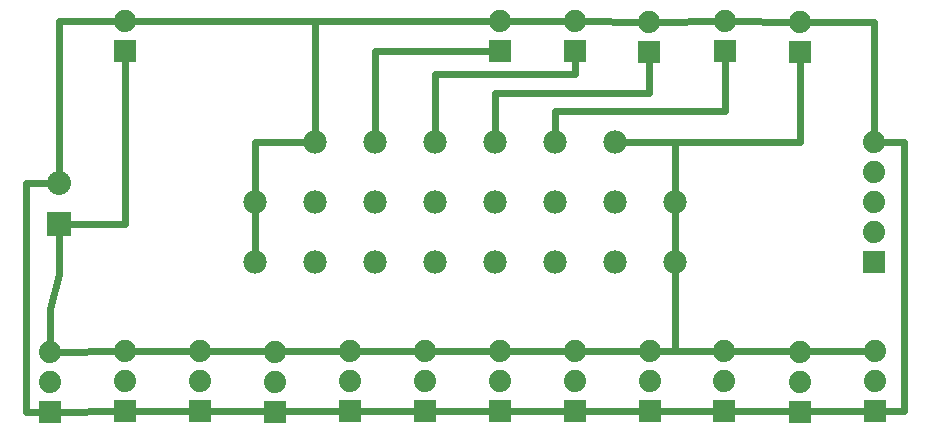
<source format=gtl>
G04 MADE WITH FRITZING*
G04 WWW.FRITZING.ORG*
G04 DOUBLE SIDED*
G04 HOLES PLATED*
G04 CONTOUR ON CENTER OF CONTOUR VECTOR*
%ASAXBY*%
%FSLAX23Y23*%
%MOIN*%
%OFA0B0*%
%SFA1.0B1.0*%
%ADD10C,0.074000*%
%ADD11C,0.080000*%
%ADD12C,0.078000*%
%ADD13R,0.074000X0.074000*%
%ADD14R,0.080000X0.080000*%
%ADD15C,0.024000*%
%LNCOPPER1*%
G90*
G70*
G54D10*
X374Y1425D03*
X374Y1525D03*
X2874Y226D03*
X2874Y326D03*
X2874Y426D03*
X2626Y224D03*
X2626Y324D03*
X2626Y424D03*
X2373Y226D03*
X2373Y326D03*
X2373Y426D03*
X2124Y225D03*
X2124Y325D03*
X2124Y425D03*
X1875Y227D03*
X1875Y327D03*
X1875Y427D03*
X1624Y225D03*
X1624Y325D03*
X1624Y425D03*
X1375Y227D03*
X1375Y327D03*
X1375Y427D03*
X1126Y226D03*
X1126Y326D03*
X1126Y426D03*
X874Y224D03*
X874Y324D03*
X874Y424D03*
X625Y226D03*
X625Y326D03*
X625Y426D03*
X376Y225D03*
X376Y325D03*
X376Y425D03*
X124Y224D03*
X124Y324D03*
X124Y424D03*
X2873Y724D03*
X2873Y824D03*
X2873Y924D03*
X2873Y1024D03*
X2873Y1124D03*
X2624Y1423D03*
X2624Y1523D03*
X2375Y1425D03*
X2375Y1525D03*
X2123Y1424D03*
X2123Y1524D03*
X1874Y1426D03*
X1874Y1526D03*
X1625Y1425D03*
X1625Y1525D03*
G54D11*
X154Y849D03*
X154Y987D03*
G54D12*
X1008Y1124D03*
X1208Y1124D03*
X1408Y1124D03*
X1608Y1124D03*
X1808Y1124D03*
X2008Y1124D03*
X808Y724D03*
X1008Y724D03*
X1208Y724D03*
X1408Y724D03*
X1608Y724D03*
X1808Y724D03*
X2008Y724D03*
X2208Y724D03*
X808Y924D03*
X1008Y924D03*
X1208Y924D03*
X1408Y924D03*
X1608Y924D03*
X1808Y924D03*
X2008Y924D03*
X2208Y924D03*
G54D13*
X374Y1425D03*
X2874Y226D03*
X2626Y224D03*
X2373Y226D03*
X2124Y225D03*
X1875Y227D03*
X1624Y225D03*
X1375Y227D03*
X1126Y226D03*
X874Y224D03*
X625Y226D03*
X376Y225D03*
X124Y224D03*
X2873Y724D03*
X2624Y1423D03*
X2375Y1425D03*
X2123Y1424D03*
X1874Y1426D03*
X1625Y1425D03*
G54D14*
X154Y849D03*
G54D15*
X345Y425D02*
X155Y424D01*
D02*
X407Y425D02*
X594Y426D01*
D02*
X656Y426D02*
X843Y425D01*
D02*
X905Y425D02*
X1095Y426D01*
D02*
X1157Y426D02*
X1344Y427D01*
D02*
X1157Y226D02*
X1344Y227D01*
D02*
X1095Y226D02*
X905Y225D01*
D02*
X843Y225D02*
X656Y226D01*
D02*
X594Y226D02*
X407Y225D01*
D02*
X345Y225D02*
X155Y224D01*
D02*
X1844Y427D02*
X1655Y425D01*
D02*
X1655Y225D02*
X1844Y227D01*
D02*
X1907Y427D02*
X2093Y425D01*
D02*
X1907Y227D02*
X2093Y225D01*
D02*
X2156Y425D02*
X2342Y426D01*
D02*
X2156Y225D02*
X2342Y226D01*
D02*
X2404Y426D02*
X2594Y425D01*
D02*
X2404Y226D02*
X2594Y225D01*
D02*
X2657Y425D02*
X2843Y426D01*
D02*
X2657Y225D02*
X2843Y226D01*
D02*
X1594Y1525D02*
X405Y1525D01*
D02*
X1656Y1525D02*
X1843Y1526D01*
D02*
X1905Y1526D02*
X2092Y1524D01*
D02*
X2154Y1524D02*
X2344Y1525D01*
D02*
X2406Y1525D02*
X2593Y1524D01*
D02*
X1593Y425D02*
X1406Y427D01*
D02*
X1593Y225D02*
X1406Y227D01*
D02*
X2873Y1523D02*
X2873Y1155D01*
D02*
X2655Y1523D02*
X2873Y1523D01*
D02*
X154Y1525D02*
X154Y1018D01*
D02*
X343Y1525D02*
X154Y1525D01*
D02*
X2973Y226D02*
X2906Y226D01*
D02*
X2973Y1124D02*
X2973Y226D01*
D02*
X2904Y1124D02*
X2973Y1124D01*
D02*
X44Y224D02*
X93Y224D01*
D02*
X44Y987D02*
X44Y224D01*
D02*
X123Y987D02*
X44Y987D01*
D02*
X124Y567D02*
X154Y681D01*
D02*
X154Y681D02*
X154Y818D01*
D02*
X124Y455D02*
X124Y567D01*
D02*
X374Y849D02*
X374Y1394D01*
D02*
X185Y849D02*
X374Y849D01*
D02*
X2624Y1124D02*
X2624Y1392D01*
D02*
X2039Y1124D02*
X2624Y1124D01*
D02*
X2208Y1124D02*
X2208Y954D01*
D02*
X2039Y1124D02*
X2208Y1124D01*
D02*
X2208Y893D02*
X2208Y754D01*
D02*
X2208Y425D02*
X2208Y694D01*
D02*
X2156Y425D02*
X2208Y425D01*
D02*
X808Y893D02*
X808Y754D01*
D02*
X808Y1124D02*
X978Y1124D01*
D02*
X808Y954D02*
X808Y1124D01*
D02*
X1008Y1525D02*
X1008Y1154D01*
D02*
X405Y1525D02*
X1008Y1525D01*
D02*
X1208Y1425D02*
X1208Y1154D01*
D02*
X1594Y1425D02*
X1208Y1425D01*
D02*
X1408Y1348D02*
X1408Y1154D01*
D02*
X1874Y1348D02*
X1408Y1348D01*
D02*
X1874Y1395D02*
X1874Y1348D01*
D02*
X2123Y1285D02*
X1608Y1285D01*
D02*
X1608Y1285D02*
X1608Y1154D01*
D02*
X2123Y1393D02*
X2123Y1285D01*
D02*
X1808Y1225D02*
X1808Y1154D01*
D02*
X2375Y1225D02*
X1808Y1225D01*
D02*
X2375Y1394D02*
X2375Y1225D01*
G04 End of Copper1*
M02*
</source>
